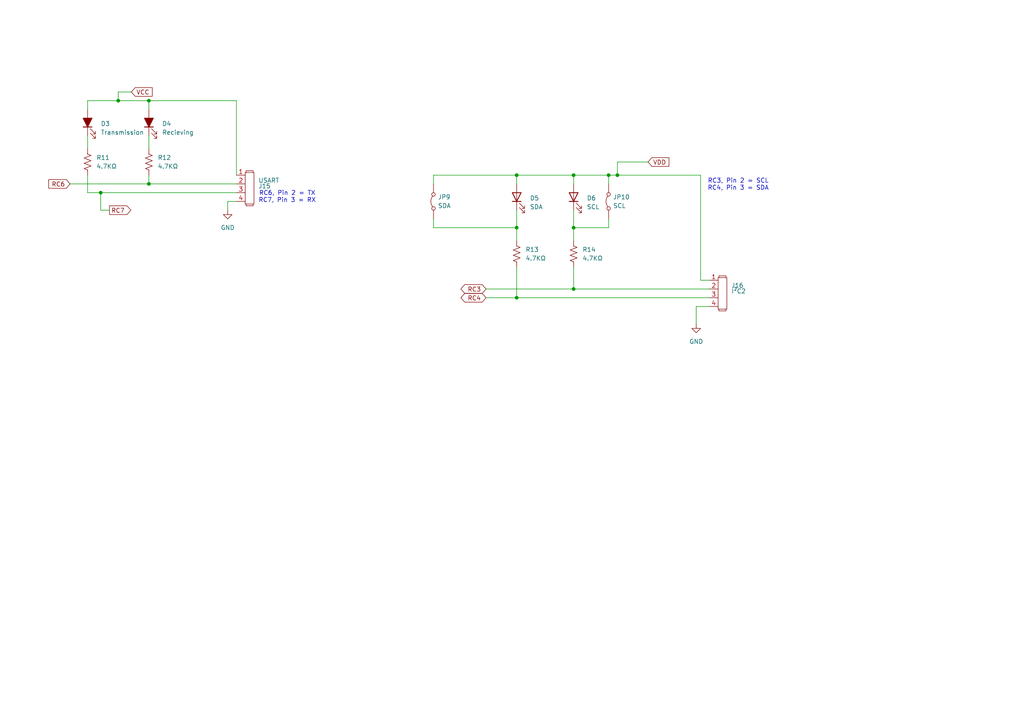
<source format=kicad_sch>
(kicad_sch
	(version 20250114)
	(generator "eeschema")
	(generator_version "9.0")
	(uuid "e949a8d2-d442-45fe-8d45-4ccd033a4eb4")
	(paper "A4")
	(title_block
		(title "Controller for Flooding Diorama")
		(date "2025-11-21")
		(rev "Revision 1")
		(company "Idaho State University College of Technology")
		(comment 1 "RCET Program")
		(comment 2 "Drawn By: Jacob Horsley")
	)
	(lib_symbols
		(symbol "Device:LED"
			(pin_numbers
				(hide yes)
			)
			(pin_names
				(offset 1.016)
				(hide yes)
			)
			(exclude_from_sim no)
			(in_bom yes)
			(on_board yes)
			(property "Reference" "D4"
				(at -0.3174 -3.81 90)
				(effects
					(font
						(size 1.27 1.27)
					)
					(justify right)
				)
			)
			(property "Value" "LED"
				(at -2.8574 -3.81 90)
				(effects
					(font
						(size 1.27 1.27)
					)
					(justify right)
				)
			)
			(property "Footprint" ""
				(at 0 0 0)
				(effects
					(font
						(size 1.27 1.27)
					)
					(hide yes)
				)
			)
			(property "Datasheet" "~"
				(at 0 0 0)
				(effects
					(font
						(size 1.27 1.27)
					)
					(hide yes)
				)
			)
			(property "Description" "Light emitting diode"
				(at 0 0 0)
				(effects
					(font
						(size 1.27 1.27)
					)
					(hide yes)
				)
			)
			(property "ki_keywords" "LED diode"
				(at 0 0 0)
				(effects
					(font
						(size 1.27 1.27)
					)
					(hide yes)
				)
			)
			(property "ki_fp_filters" "LED* LED_SMD:* LED_THT:*"
				(at 0 0 0)
				(effects
					(font
						(size 1.27 1.27)
					)
					(hide yes)
				)
			)
			(symbol "LED_0_1"
				(polyline
					(pts
						(xy -3.048 -0.762) (xy -4.572 -2.286) (xy -3.81 -2.286) (xy -4.572 -2.286) (xy -4.572 -1.524)
					)
					(stroke
						(width 0)
						(type default)
					)
					(fill
						(type none)
					)
				)
				(polyline
					(pts
						(xy -1.778 -0.762) (xy -3.302 -2.286) (xy -2.54 -2.286) (xy -3.302 -2.286) (xy -3.302 -1.524)
					)
					(stroke
						(width 0)
						(type default)
					)
					(fill
						(type none)
					)
				)
				(polyline
					(pts
						(xy -1.27 0) (xy 1.27 0)
					)
					(stroke
						(width 0)
						(type default)
					)
					(fill
						(type none)
					)
				)
				(polyline
					(pts
						(xy -1.27 -1.27) (xy -1.27 1.27)
					)
					(stroke
						(width 0.254)
						(type default)
					)
					(fill
						(type none)
					)
				)
				(polyline
					(pts
						(xy 1.27 -1.27) (xy 1.27 1.27) (xy -1.27 0) (xy 1.27 -1.27)
					)
					(stroke
						(width 0.254)
						(type default)
					)
					(fill
						(type outline)
					)
				)
			)
			(symbol "LED_1_1"
				(pin passive line
					(at -3.81 0 0)
					(length 2.54)
					(name "K"
						(effects
							(font
								(size 1.27 1.27)
							)
						)
					)
					(number "1"
						(effects
							(font
								(size 1.27 1.27)
							)
						)
					)
				)
				(pin passive line
					(at 3.81 0 180)
					(length 2.54)
					(name "A"
						(effects
							(font
								(size 1.27 1.27)
							)
						)
					)
					(number "2"
						(effects
							(font
								(size 1.27 1.27)
							)
						)
					)
				)
			)
			(embedded_fonts no)
		)
		(symbol "Device:R_US"
			(pin_numbers
				(hide yes)
			)
			(pin_names
				(offset 0)
			)
			(exclude_from_sim no)
			(in_bom yes)
			(on_board yes)
			(property "Reference" "R"
				(at 2.54 0 90)
				(effects
					(font
						(size 1.27 1.27)
					)
				)
			)
			(property "Value" "R_US"
				(at -2.54 0 90)
				(effects
					(font
						(size 1.27 1.27)
					)
				)
			)
			(property "Footprint" ""
				(at 1.016 -0.254 90)
				(effects
					(font
						(size 1.27 1.27)
					)
					(hide yes)
				)
			)
			(property "Datasheet" "~"
				(at 0 0 0)
				(effects
					(font
						(size 1.27 1.27)
					)
					(hide yes)
				)
			)
			(property "Description" "Resistor, US symbol"
				(at 0 0 0)
				(effects
					(font
						(size 1.27 1.27)
					)
					(hide yes)
				)
			)
			(property "ki_keywords" "R res resistor"
				(at 0 0 0)
				(effects
					(font
						(size 1.27 1.27)
					)
					(hide yes)
				)
			)
			(property "ki_fp_filters" "R_*"
				(at 0 0 0)
				(effects
					(font
						(size 1.27 1.27)
					)
					(hide yes)
				)
			)
			(symbol "R_US_0_1"
				(polyline
					(pts
						(xy 0 2.286) (xy 0 2.54)
					)
					(stroke
						(width 0)
						(type default)
					)
					(fill
						(type none)
					)
				)
				(polyline
					(pts
						(xy 0 2.286) (xy 1.016 1.905) (xy 0 1.524) (xy -1.016 1.143) (xy 0 0.762)
					)
					(stroke
						(width 0)
						(type default)
					)
					(fill
						(type none)
					)
				)
				(polyline
					(pts
						(xy 0 0.762) (xy 1.016 0.381) (xy 0 0) (xy -1.016 -0.381) (xy 0 -0.762)
					)
					(stroke
						(width 0)
						(type default)
					)
					(fill
						(type none)
					)
				)
				(polyline
					(pts
						(xy 0 -0.762) (xy 1.016 -1.143) (xy 0 -1.524) (xy -1.016 -1.905) (xy 0 -2.286)
					)
					(stroke
						(width 0)
						(type default)
					)
					(fill
						(type none)
					)
				)
				(polyline
					(pts
						(xy 0 -2.286) (xy 0 -2.54)
					)
					(stroke
						(width 0)
						(type default)
					)
					(fill
						(type none)
					)
				)
			)
			(symbol "R_US_1_1"
				(pin passive line
					(at 0 3.81 270)
					(length 1.27)
					(name "~"
						(effects
							(font
								(size 1.27 1.27)
							)
						)
					)
					(number "1"
						(effects
							(font
								(size 1.27 1.27)
							)
						)
					)
				)
				(pin passive line
					(at 0 -3.81 90)
					(length 1.27)
					(name "~"
						(effects
							(font
								(size 1.27 1.27)
							)
						)
					)
					(number "2"
						(effects
							(font
								(size 1.27 1.27)
							)
						)
					)
				)
			)
			(embedded_fonts no)
		)
		(symbol "Four_Pin_Header_1"
			(exclude_from_sim no)
			(in_bom yes)
			(on_board yes)
			(property "Reference" "I²C(2)"
				(at 2.54 -0.6349 0)
				(effects
					(font
						(size 1.27 1.27)
					)
					(justify left)
				)
			)
			(property "Value" "J16"
				(at 2.54 1.016 0)
				(effects
					(font
						(size 1.27 1.27)
					)
					(justify left)
				)
			)
			(property "Footprint" ""
				(at 0 0 0)
				(effects
					(font
						(size 1.27 1.27)
					)
					(hide yes)
				)
			)
			(property "Datasheet" ""
				(at 0 0 0)
				(effects
					(font
						(size 1.27 1.27)
					)
					(hide yes)
				)
			)
			(property "Description" ""
				(at 0 0 0)
				(effects
					(font
						(size 1.27 1.27)
					)
					(hide yes)
				)
			)
			(symbol "Four_Pin_Header_1_0_1"
				(rectangle
					(start -1.27 3.302)
					(end 1.27 -5.842)
					(stroke
						(width 0)
						(type default)
					)
					(fill
						(type none)
					)
				)
				(polyline
					(pts
						(xy -1.016 3.302) (xy -1.016 3.81) (xy 1.016 3.81) (xy 1.016 3.302) (xy 1.016 3.429)
					)
					(stroke
						(width 0)
						(type default)
					)
					(fill
						(type none)
					)
				)
				(polyline
					(pts
						(xy 1.016 -5.842) (xy 1.016 -6.35) (xy -1.016 -6.35) (xy -1.016 -5.842) (xy -1.016 -5.969)
					)
					(stroke
						(width 0)
						(type default)
					)
					(fill
						(type none)
					)
				)
			)
			(symbol "Four_Pin_Header_1_1_1"
				(pin bidirectional line
					(at -3.81 2.54 0)
					(length 2.54)
					(name ""
						(effects
							(font
								(size 1.27 1.27)
							)
						)
					)
					(number "1"
						(effects
							(font
								(size 1.27 1.27)
							)
						)
					)
				)
				(pin bidirectional line
					(at -3.81 0 0)
					(length 2.54)
					(name ""
						(effects
							(font
								(size 1.27 1.27)
							)
						)
					)
					(number "2"
						(effects
							(font
								(size 1.27 1.27)
							)
						)
					)
				)
				(pin bidirectional line
					(at -3.81 -2.54 0)
					(length 2.54)
					(name ""
						(effects
							(font
								(size 1.27 1.27)
							)
						)
					)
					(number "3"
						(effects
							(font
								(size 1.27 1.27)
							)
						)
					)
				)
				(pin bidirectional line
					(at -3.81 -5.08 0)
					(length 2.54)
					(name ""
						(effects
							(font
								(size 1.27 1.27)
							)
						)
					)
					(number "4"
						(effects
							(font
								(size 1.27 1.27)
							)
						)
					)
				)
			)
			(embedded_fonts no)
		)
		(symbol "Jumper:Jumper_2_Bridged"
			(pin_numbers
				(hide yes)
			)
			(pin_names
				(offset 0)
				(hide yes)
			)
			(exclude_from_sim yes)
			(in_bom yes)
			(on_board yes)
			(property "Reference" "JP"
				(at 0 1.905 0)
				(effects
					(font
						(size 1.27 1.27)
					)
				)
			)
			(property "Value" "Jumper_2_Bridged"
				(at 0 -2.54 0)
				(effects
					(font
						(size 1.27 1.27)
					)
				)
			)
			(property "Footprint" ""
				(at 0 0 0)
				(effects
					(font
						(size 1.27 1.27)
					)
					(hide yes)
				)
			)
			(property "Datasheet" "~"
				(at 0 0 0)
				(effects
					(font
						(size 1.27 1.27)
					)
					(hide yes)
				)
			)
			(property "Description" "Jumper, 2-pole, closed/bridged"
				(at 0 0 0)
				(effects
					(font
						(size 1.27 1.27)
					)
					(hide yes)
				)
			)
			(property "ki_keywords" "Jumper SPST"
				(at 0 0 0)
				(effects
					(font
						(size 1.27 1.27)
					)
					(hide yes)
				)
			)
			(property "ki_fp_filters" "Jumper* TestPoint*2Pads* TestPoint*Bridge*"
				(at 0 0 0)
				(effects
					(font
						(size 1.27 1.27)
					)
					(hide yes)
				)
			)
			(symbol "Jumper_2_Bridged_0_0"
				(circle
					(center -2.032 0)
					(radius 0.508)
					(stroke
						(width 0)
						(type default)
					)
					(fill
						(type none)
					)
				)
				(circle
					(center 2.032 0)
					(radius 0.508)
					(stroke
						(width 0)
						(type default)
					)
					(fill
						(type none)
					)
				)
			)
			(symbol "Jumper_2_Bridged_0_1"
				(arc
					(start -1.524 0.254)
					(mid 0 0.762)
					(end 1.524 0.254)
					(stroke
						(width 0)
						(type default)
					)
					(fill
						(type none)
					)
				)
			)
			(symbol "Jumper_2_Bridged_1_1"
				(pin passive line
					(at -5.08 0 0)
					(length 2.54)
					(name "A"
						(effects
							(font
								(size 1.27 1.27)
							)
						)
					)
					(number "1"
						(effects
							(font
								(size 1.27 1.27)
							)
						)
					)
				)
				(pin passive line
					(at 5.08 0 180)
					(length 2.54)
					(name "B"
						(effects
							(font
								(size 1.27 1.27)
							)
						)
					)
					(number "2"
						(effects
							(font
								(size 1.27 1.27)
							)
						)
					)
				)
			)
			(embedded_fonts no)
		)
		(symbol "LED_1"
			(pin_numbers
				(hide yes)
			)
			(pin_names
				(offset 1.016)
				(hide yes)
			)
			(exclude_from_sim no)
			(in_bom yes)
			(on_board yes)
			(property "Reference" "D3"
				(at -0.3174 -3.81 90)
				(effects
					(font
						(size 1.27 1.27)
					)
					(justify right)
				)
			)
			(property "Value" "LED"
				(at -2.8574 -3.81 90)
				(effects
					(font
						(size 1.27 1.27)
					)
					(justify right)
				)
			)
			(property "Footprint" ""
				(at 0 0 0)
				(effects
					(font
						(size 1.27 1.27)
					)
					(hide yes)
				)
			)
			(property "Datasheet" "~"
				(at 0 0 0)
				(effects
					(font
						(size 1.27 1.27)
					)
					(hide yes)
				)
			)
			(property "Description" "Light emitting diode"
				(at 0 0 0)
				(effects
					(font
						(size 1.27 1.27)
					)
					(hide yes)
				)
			)
			(property "ki_keywords" "LED diode"
				(at 0 0 0)
				(effects
					(font
						(size 1.27 1.27)
					)
					(hide yes)
				)
			)
			(property "ki_fp_filters" "LED* LED_SMD:* LED_THT:*"
				(at 0 0 0)
				(effects
					(font
						(size 1.27 1.27)
					)
					(hide yes)
				)
			)
			(symbol "LED_1_0_1"
				(polyline
					(pts
						(xy -3.048 -0.762) (xy -4.572 -2.286) (xy -3.81 -2.286) (xy -4.572 -2.286) (xy -4.572 -1.524)
					)
					(stroke
						(width 0)
						(type default)
					)
					(fill
						(type none)
					)
				)
				(polyline
					(pts
						(xy -1.778 -0.762) (xy -3.302 -2.286) (xy -2.54 -2.286) (xy -3.302 -2.286) (xy -3.302 -1.524)
					)
					(stroke
						(width 0)
						(type default)
					)
					(fill
						(type none)
					)
				)
				(polyline
					(pts
						(xy -1.27 0) (xy 1.27 0)
					)
					(stroke
						(width 0)
						(type default)
					)
					(fill
						(type none)
					)
				)
				(polyline
					(pts
						(xy -1.27 -1.27) (xy -1.27 1.27)
					)
					(stroke
						(width 0.254)
						(type default)
					)
					(fill
						(type none)
					)
				)
				(polyline
					(pts
						(xy 1.27 -1.27) (xy 1.27 1.27) (xy -1.27 0) (xy 1.27 -1.27)
					)
					(stroke
						(width 0.254)
						(type default)
					)
					(fill
						(type outline)
					)
				)
			)
			(symbol "LED_1_1_1"
				(pin passive line
					(at -3.81 0 0)
					(length 2.54)
					(name "K"
						(effects
							(font
								(size 1.27 1.27)
							)
						)
					)
					(number "1"
						(effects
							(font
								(size 1.27 1.27)
							)
						)
					)
				)
				(pin passive line
					(at 3.81 0 180)
					(length 2.54)
					(name "A"
						(effects
							(font
								(size 1.27 1.27)
							)
						)
					)
					(number "2"
						(effects
							(font
								(size 1.27 1.27)
							)
						)
					)
				)
			)
			(embedded_fonts no)
		)
		(symbol "LED_2"
			(pin_numbers
				(hide yes)
			)
			(pin_names
				(offset 1.016)
				(hide yes)
			)
			(exclude_from_sim no)
			(in_bom yes)
			(on_board yes)
			(property "Reference" "D"
				(at 0 2.54 0)
				(effects
					(font
						(size 1.27 1.27)
					)
				)
			)
			(property "Value" "LED"
				(at 0 -2.54 0)
				(effects
					(font
						(size 1.27 1.27)
					)
				)
			)
			(property "Footprint" ""
				(at 0 0 0)
				(effects
					(font
						(size 1.27 1.27)
					)
					(hide yes)
				)
			)
			(property "Datasheet" "~"
				(at 0 0 0)
				(effects
					(font
						(size 1.27 1.27)
					)
					(hide yes)
				)
			)
			(property "Description" "Light emitting diode"
				(at 0 0 0)
				(effects
					(font
						(size 1.27 1.27)
					)
					(hide yes)
				)
			)
			(property "ki_keywords" "LED diode"
				(at 0 0 0)
				(effects
					(font
						(size 1.27 1.27)
					)
					(hide yes)
				)
			)
			(property "ki_fp_filters" "LED* LED_SMD:* LED_THT:*"
				(at 0 0 0)
				(effects
					(font
						(size 1.27 1.27)
					)
					(hide yes)
				)
			)
			(symbol "LED_2_0_1"
				(polyline
					(pts
						(xy -3.048 -0.762) (xy -4.572 -2.286) (xy -3.81 -2.286) (xy -4.572 -2.286) (xy -4.572 -1.524)
					)
					(stroke
						(width 0)
						(type default)
					)
					(fill
						(type none)
					)
				)
				(polyline
					(pts
						(xy -1.778 -0.762) (xy -3.302 -2.286) (xy -2.54 -2.286) (xy -3.302 -2.286) (xy -3.302 -1.524)
					)
					(stroke
						(width 0)
						(type default)
					)
					(fill
						(type none)
					)
				)
				(polyline
					(pts
						(xy -1.27 0) (xy 1.27 0)
					)
					(stroke
						(width 0)
						(type default)
					)
					(fill
						(type none)
					)
				)
				(polyline
					(pts
						(xy -1.27 -1.27) (xy -1.27 1.27)
					)
					(stroke
						(width 0.254)
						(type default)
					)
					(fill
						(type none)
					)
				)
				(polyline
					(pts
						(xy 1.27 -1.27) (xy 1.27 1.27) (xy -1.27 0) (xy 1.27 -1.27)
					)
					(stroke
						(width 0.254)
						(type default)
					)
					(fill
						(type none)
					)
				)
			)
			(symbol "LED_2_1_1"
				(pin passive line
					(at -3.81 0 0)
					(length 2.54)
					(name "K"
						(effects
							(font
								(size 1.27 1.27)
							)
						)
					)
					(number "1"
						(effects
							(font
								(size 1.27 1.27)
							)
						)
					)
				)
				(pin passive line
					(at 3.81 0 180)
					(length 2.54)
					(name "A"
						(effects
							(font
								(size 1.27 1.27)
							)
						)
					)
					(number "2"
						(effects
							(font
								(size 1.27 1.27)
							)
						)
					)
				)
			)
			(embedded_fonts no)
		)
		(symbol "LED_3"
			(pin_numbers
				(hide yes)
			)
			(pin_names
				(offset 1.016)
				(hide yes)
			)
			(exclude_from_sim no)
			(in_bom yes)
			(on_board yes)
			(property "Reference" "D"
				(at 0 2.54 0)
				(effects
					(font
						(size 1.27 1.27)
					)
				)
			)
			(property "Value" "LED"
				(at 0 -2.54 0)
				(effects
					(font
						(size 1.27 1.27)
					)
				)
			)
			(property "Footprint" ""
				(at 0 0 0)
				(effects
					(font
						(size 1.27 1.27)
					)
					(hide yes)
				)
			)
			(property "Datasheet" "~"
				(at 0 0 0)
				(effects
					(font
						(size 1.27 1.27)
					)
					(hide yes)
				)
			)
			(property "Description" "Light emitting diode"
				(at 0 0 0)
				(effects
					(font
						(size 1.27 1.27)
					)
					(hide yes)
				)
			)
			(property "ki_keywords" "LED diode"
				(at 0 0 0)
				(effects
					(font
						(size 1.27 1.27)
					)
					(hide yes)
				)
			)
			(property "ki_fp_filters" "LED* LED_SMD:* LED_THT:*"
				(at 0 0 0)
				(effects
					(font
						(size 1.27 1.27)
					)
					(hide yes)
				)
			)
			(symbol "LED_3_0_1"
				(polyline
					(pts
						(xy -3.048 -0.762) (xy -4.572 -2.286) (xy -3.81 -2.286) (xy -4.572 -2.286) (xy -4.572 -1.524)
					)
					(stroke
						(width 0)
						(type default)
					)
					(fill
						(type none)
					)
				)
				(polyline
					(pts
						(xy -1.778 -0.762) (xy -3.302 -2.286) (xy -2.54 -2.286) (xy -3.302 -2.286) (xy -3.302 -1.524)
					)
					(stroke
						(width 0)
						(type default)
					)
					(fill
						(type none)
					)
				)
				(polyline
					(pts
						(xy -1.27 0) (xy 1.27 0)
					)
					(stroke
						(width 0)
						(type default)
					)
					(fill
						(type none)
					)
				)
				(polyline
					(pts
						(xy -1.27 -1.27) (xy -1.27 1.27)
					)
					(stroke
						(width 0.254)
						(type default)
					)
					(fill
						(type none)
					)
				)
				(polyline
					(pts
						(xy 1.27 -1.27) (xy 1.27 1.27) (xy -1.27 0) (xy 1.27 -1.27)
					)
					(stroke
						(width 0.254)
						(type default)
					)
					(fill
						(type none)
					)
				)
			)
			(symbol "LED_3_1_1"
				(pin passive line
					(at -3.81 0 0)
					(length 2.54)
					(name "K"
						(effects
							(font
								(size 1.27 1.27)
							)
						)
					)
					(number "1"
						(effects
							(font
								(size 1.27 1.27)
							)
						)
					)
				)
				(pin passive line
					(at 3.81 0 180)
					(length 2.54)
					(name "A"
						(effects
							(font
								(size 1.27 1.27)
							)
						)
					)
					(number "2"
						(effects
							(font
								(size 1.27 1.27)
							)
						)
					)
				)
			)
			(embedded_fonts no)
		)
		(symbol "New_Library_2:Four_Pin_Header"
			(exclude_from_sim no)
			(in_bom yes)
			(on_board yes)
			(property "Reference" "U4"
				(at 2.54 0.1271 0)
				(effects
					(font
						(size 1.27 1.27)
					)
					(justify left)
				)
			)
			(property "Value" "~"
				(at 2.54 -1.778 0)
				(effects
					(font
						(size 1.27 1.27)
					)
					(justify left)
				)
			)
			(property "Footprint" ""
				(at 0 0 0)
				(effects
					(font
						(size 1.27 1.27)
					)
					(hide yes)
				)
			)
			(property "Datasheet" ""
				(at 0 0 0)
				(effects
					(font
						(size 1.27 1.27)
					)
					(hide yes)
				)
			)
			(property "Description" ""
				(at 0 0 0)
				(effects
					(font
						(size 1.27 1.27)
					)
					(hide yes)
				)
			)
			(symbol "Four_Pin_Header_0_1"
				(rectangle
					(start -1.27 3.302)
					(end 1.27 -5.842)
					(stroke
						(width 0)
						(type default)
					)
					(fill
						(type none)
					)
				)
				(polyline
					(pts
						(xy -1.016 3.302) (xy -1.016 3.81) (xy 1.016 3.81) (xy 1.016 3.302) (xy 1.016 3.429)
					)
					(stroke
						(width 0)
						(type default)
					)
					(fill
						(type none)
					)
				)
				(polyline
					(pts
						(xy 1.016 -5.842) (xy 1.016 -6.35) (xy -1.016 -6.35) (xy -1.016 -5.842) (xy -1.016 -5.969)
					)
					(stroke
						(width 0)
						(type default)
					)
					(fill
						(type none)
					)
				)
			)
			(symbol "Four_Pin_Header_1_1"
				(pin bidirectional line
					(at -3.81 2.54 0)
					(length 2.54)
					(name ""
						(effects
							(font
								(size 1.27 1.27)
							)
						)
					)
					(number "1"
						(effects
							(font
								(size 1.27 1.27)
							)
						)
					)
				)
				(pin bidirectional line
					(at -3.81 0 0)
					(length 2.54)
					(name ""
						(effects
							(font
								(size 1.27 1.27)
							)
						)
					)
					(number "2"
						(effects
							(font
								(size 1.27 1.27)
							)
						)
					)
				)
				(pin bidirectional line
					(at -3.81 -2.54 0)
					(length 2.54)
					(name ""
						(effects
							(font
								(size 1.27 1.27)
							)
						)
					)
					(number "3"
						(effects
							(font
								(size 1.27 1.27)
							)
						)
					)
				)
				(pin bidirectional line
					(at -3.81 -5.08 0)
					(length 2.54)
					(name ""
						(effects
							(font
								(size 1.27 1.27)
							)
						)
					)
					(number "4"
						(effects
							(font
								(size 1.27 1.27)
							)
						)
					)
				)
			)
			(embedded_fonts no)
		)
		(symbol "power:GND"
			(power)
			(pin_numbers
				(hide yes)
			)
			(pin_names
				(offset 0)
				(hide yes)
			)
			(exclude_from_sim no)
			(in_bom yes)
			(on_board yes)
			(property "Reference" "#PWR"
				(at 0 -6.35 0)
				(effects
					(font
						(size 1.27 1.27)
					)
					(hide yes)
				)
			)
			(property "Value" "GND"
				(at 0 -3.81 0)
				(effects
					(font
						(size 1.27 1.27)
					)
				)
			)
			(property "Footprint" ""
				(at 0 0 0)
				(effects
					(font
						(size 1.27 1.27)
					)
					(hide yes)
				)
			)
			(property "Datasheet" ""
				(at 0 0 0)
				(effects
					(font
						(size 1.27 1.27)
					)
					(hide yes)
				)
			)
			(property "Description" "Power symbol creates a global label with name \"GND\" , ground"
				(at 0 0 0)
				(effects
					(font
						(size 1.27 1.27)
					)
					(hide yes)
				)
			)
			(property "ki_keywords" "global power"
				(at 0 0 0)
				(effects
					(font
						(size 1.27 1.27)
					)
					(hide yes)
				)
			)
			(symbol "GND_0_1"
				(polyline
					(pts
						(xy 0 0) (xy 0 -1.27) (xy 1.27 -1.27) (xy 0 -2.54) (xy -1.27 -1.27) (xy 0 -1.27)
					)
					(stroke
						(width 0)
						(type default)
					)
					(fill
						(type none)
					)
				)
			)
			(symbol "GND_1_1"
				(pin power_in line
					(at 0 0 270)
					(length 0)
					(name "~"
						(effects
							(font
								(size 1.27 1.27)
							)
						)
					)
					(number "1"
						(effects
							(font
								(size 1.27 1.27)
							)
						)
					)
				)
			)
			(embedded_fonts no)
		)
	)
	(text "RC6, Pin 2 = TX\nRC7, Pin 3 = RX"
		(exclude_from_sim no)
		(at 83.312 57.15 0)
		(effects
			(font
				(size 1.27 1.27)
			)
		)
		(uuid "967d4d05-8a5e-4fbc-8146-2aac78d6429f")
	)
	(text "RC3, Pin 2 = SCL\nRC4, Pin 3 = SDA"
		(exclude_from_sim no)
		(at 214.122 53.594 0)
		(effects
			(font
				(size 1.27 1.27)
			)
		)
		(uuid "b98f67d0-97ce-433d-8b3f-8c0be0e4f111")
	)
	(junction
		(at 166.37 66.04)
		(diameter 0)
		(color 0 0 0 0)
		(uuid "2250bd31-b8c9-461e-94ee-863dc81c9d18")
	)
	(junction
		(at 179.07 50.8)
		(diameter 0)
		(color 0 0 0 0)
		(uuid "2858549d-292a-48dc-b390-a33bb3efbcd1")
	)
	(junction
		(at 149.86 66.04)
		(diameter 0)
		(color 0 0 0 0)
		(uuid "306c3dcf-85c9-49f2-901f-e2ebdc4a4d92")
	)
	(junction
		(at 149.86 50.8)
		(diameter 0)
		(color 0 0 0 0)
		(uuid "3098fc8d-d16c-4887-bac2-a7bb4fd672d1")
	)
	(junction
		(at 29.21 55.88)
		(diameter 0)
		(color 0 0 0 0)
		(uuid "3c25d275-f0d4-4ba6-a9d1-fdbf7e692be6")
	)
	(junction
		(at 166.37 50.8)
		(diameter 0)
		(color 0 0 0 0)
		(uuid "63ee9472-5c37-4838-b9cd-9da4ea0e6661")
	)
	(junction
		(at 149.86 86.36)
		(diameter 0)
		(color 0 0 0 0)
		(uuid "68142379-55de-46a5-97aa-e58e20cedd0b")
	)
	(junction
		(at 166.37 83.82)
		(diameter 0)
		(color 0 0 0 0)
		(uuid "86e9d4c1-6109-4337-b326-52bfee1469c8")
	)
	(junction
		(at 43.18 53.34)
		(diameter 0)
		(color 0 0 0 0)
		(uuid "a912324c-344c-4266-b44b-76d6f7700593")
	)
	(junction
		(at 43.18 29.21)
		(diameter 0)
		(color 0 0 0 0)
		(uuid "c76957b0-4903-4fcc-a657-3bd9a9c00a16")
	)
	(junction
		(at 176.53 50.8)
		(diameter 0)
		(color 0 0 0 0)
		(uuid "ed52e2ae-5433-4d81-a1c8-5fc177abd445")
	)
	(junction
		(at 34.29 29.21)
		(diameter 0)
		(color 0 0 0 0)
		(uuid "ed96a9ee-d9c4-447b-b240-f82061a09bf5")
	)
	(wire
		(pts
			(xy 29.21 55.88) (xy 68.58 55.88)
		)
		(stroke
			(width 0)
			(type default)
		)
		(uuid "039c97c6-5f84-444b-8d55-6199321e2800")
	)
	(wire
		(pts
			(xy 149.86 60.96) (xy 149.86 66.04)
		)
		(stroke
			(width 0)
			(type default)
		)
		(uuid "0865e9b7-65fe-493c-8b83-4843468632ef")
	)
	(wire
		(pts
			(xy 20.32 53.34) (xy 43.18 53.34)
		)
		(stroke
			(width 0)
			(type default)
		)
		(uuid "1b074972-2afb-4dcd-abca-46af62a287ee")
	)
	(wire
		(pts
			(xy 176.53 50.8) (xy 176.53 53.34)
		)
		(stroke
			(width 0)
			(type default)
		)
		(uuid "2067f6af-2b27-4edc-ae36-bc715bdf37ed")
	)
	(wire
		(pts
			(xy 125.73 53.34) (xy 125.73 50.8)
		)
		(stroke
			(width 0)
			(type default)
		)
		(uuid "236676af-dbd0-4484-8b3d-f585dff8c912")
	)
	(wire
		(pts
			(xy 166.37 50.8) (xy 176.53 50.8)
		)
		(stroke
			(width 0)
			(type default)
		)
		(uuid "2642ea6f-3c6d-4dc7-80b5-48d11f7f4728")
	)
	(wire
		(pts
			(xy 68.58 29.21) (xy 43.18 29.21)
		)
		(stroke
			(width 0)
			(type default)
		)
		(uuid "318a5b2e-2f04-4e1f-a092-698a4904499c")
	)
	(wire
		(pts
			(xy 149.86 53.34) (xy 149.86 50.8)
		)
		(stroke
			(width 0)
			(type default)
		)
		(uuid "33316fc3-c742-431b-b70c-ca9e9f83c96b")
	)
	(wire
		(pts
			(xy 176.53 63.5) (xy 176.53 66.04)
		)
		(stroke
			(width 0)
			(type default)
		)
		(uuid "393a501f-9e89-4ab6-8fcd-53234c76b4c7")
	)
	(wire
		(pts
			(xy 203.2 50.8) (xy 179.07 50.8)
		)
		(stroke
			(width 0)
			(type default)
		)
		(uuid "39a76708-03bf-45bd-8d6e-0e6e0ece9ffb")
	)
	(wire
		(pts
			(xy 66.04 58.42) (xy 66.04 60.96)
		)
		(stroke
			(width 0)
			(type default)
		)
		(uuid "404375e9-5111-40a1-939d-421551755faf")
	)
	(wire
		(pts
			(xy 25.4 39.37) (xy 25.4 43.18)
		)
		(stroke
			(width 0)
			(type default)
		)
		(uuid "4052e78a-ec07-4d25-b793-56d4f815994c")
	)
	(wire
		(pts
			(xy 205.74 88.9) (xy 201.93 88.9)
		)
		(stroke
			(width 0)
			(type default)
		)
		(uuid "46ffc4b9-c12d-4a2d-bb1d-606c1e53a664")
	)
	(wire
		(pts
			(xy 166.37 60.96) (xy 166.37 66.04)
		)
		(stroke
			(width 0)
			(type default)
		)
		(uuid "479b9ba8-e3be-43bc-b5bb-7a627d5a6a19")
	)
	(wire
		(pts
			(xy 34.29 29.21) (xy 43.18 29.21)
		)
		(stroke
			(width 0)
			(type default)
		)
		(uuid "51227242-e096-4347-9b06-81495570c134")
	)
	(wire
		(pts
			(xy 125.73 50.8) (xy 149.86 50.8)
		)
		(stroke
			(width 0)
			(type default)
		)
		(uuid "538691f7-c11f-4c98-a9f8-003b33f69654")
	)
	(wire
		(pts
			(xy 68.58 53.34) (xy 43.18 53.34)
		)
		(stroke
			(width 0)
			(type default)
		)
		(uuid "605fe102-033f-4896-b5f1-9126d6259756")
	)
	(wire
		(pts
			(xy 140.97 86.36) (xy 149.86 86.36)
		)
		(stroke
			(width 0)
			(type default)
		)
		(uuid "6556998b-0b02-4c35-81e9-f0112ac7af12")
	)
	(wire
		(pts
			(xy 166.37 53.34) (xy 166.37 50.8)
		)
		(stroke
			(width 0)
			(type default)
		)
		(uuid "73862439-d893-4710-b191-992255ffd99b")
	)
	(wire
		(pts
			(xy 68.58 58.42) (xy 66.04 58.42)
		)
		(stroke
			(width 0)
			(type default)
		)
		(uuid "850c3337-778b-4e47-8004-61eb8751121e")
	)
	(wire
		(pts
			(xy 201.93 88.9) (xy 201.93 93.98)
		)
		(stroke
			(width 0)
			(type default)
		)
		(uuid "8857c4c9-9d58-4dc5-8a0e-d9e4f7bfbedd")
	)
	(wire
		(pts
			(xy 166.37 83.82) (xy 205.74 83.82)
		)
		(stroke
			(width 0)
			(type default)
		)
		(uuid "893048fa-b863-4bd7-a711-f3f0273f5436")
	)
	(wire
		(pts
			(xy 68.58 50.8) (xy 68.58 29.21)
		)
		(stroke
			(width 0)
			(type default)
		)
		(uuid "8eea8d57-c5db-47d7-98e9-cb91c827fac1")
	)
	(wire
		(pts
			(xy 125.73 63.5) (xy 125.73 66.04)
		)
		(stroke
			(width 0)
			(type default)
		)
		(uuid "8f2f7b25-a4b7-4f86-a9a7-478a2b8a4e5d")
	)
	(wire
		(pts
			(xy 205.74 81.28) (xy 203.2 81.28)
		)
		(stroke
			(width 0)
			(type default)
		)
		(uuid "9573aaaa-ca24-4d31-b752-7db985899bc3")
	)
	(wire
		(pts
			(xy 43.18 39.37) (xy 43.18 43.18)
		)
		(stroke
			(width 0)
			(type default)
		)
		(uuid "990012fc-2d5a-4c41-a6bd-11d2b75b9196")
	)
	(wire
		(pts
			(xy 179.07 46.99) (xy 187.96 46.99)
		)
		(stroke
			(width 0)
			(type default)
		)
		(uuid "991c537c-dd28-45ee-8acb-610cab82fb4b")
	)
	(wire
		(pts
			(xy 149.86 66.04) (xy 149.86 69.85)
		)
		(stroke
			(width 0)
			(type default)
		)
		(uuid "9cadfebe-99bc-40e5-8837-2977a04126f9")
	)
	(wire
		(pts
			(xy 166.37 77.47) (xy 166.37 83.82)
		)
		(stroke
			(width 0)
			(type default)
		)
		(uuid "a0f86097-dd6d-4caa-9d48-d2af7727a039")
	)
	(wire
		(pts
			(xy 149.86 50.8) (xy 166.37 50.8)
		)
		(stroke
			(width 0)
			(type default)
		)
		(uuid "a337fc72-969c-4e48-9cc7-e3e5fa17e133")
	)
	(wire
		(pts
			(xy 203.2 81.28) (xy 203.2 50.8)
		)
		(stroke
			(width 0)
			(type default)
		)
		(uuid "a756a130-f4fb-4c76-9c83-e86123524fd9")
	)
	(wire
		(pts
			(xy 25.4 29.21) (xy 25.4 31.75)
		)
		(stroke
			(width 0)
			(type default)
		)
		(uuid "ad4399ed-59b0-4e59-b69e-cb74217fd0ab")
	)
	(wire
		(pts
			(xy 25.4 55.88) (xy 29.21 55.88)
		)
		(stroke
			(width 0)
			(type default)
		)
		(uuid "b3157bcb-eff7-4f1e-842c-20b99c592f21")
	)
	(wire
		(pts
			(xy 34.29 26.67) (xy 38.1 26.67)
		)
		(stroke
			(width 0)
			(type default)
		)
		(uuid "b7a65e40-2404-4043-92ad-d428f2739c3e")
	)
	(wire
		(pts
			(xy 43.18 53.34) (xy 43.18 50.8)
		)
		(stroke
			(width 0)
			(type default)
		)
		(uuid "bbda4bd4-46ae-4a75-87bf-7e3c563c5549")
	)
	(wire
		(pts
			(xy 166.37 66.04) (xy 166.37 69.85)
		)
		(stroke
			(width 0)
			(type default)
		)
		(uuid "bfa874ce-6e26-48b4-8b7e-b58d69ba86e6")
	)
	(wire
		(pts
			(xy 125.73 66.04) (xy 149.86 66.04)
		)
		(stroke
			(width 0)
			(type default)
		)
		(uuid "c4c3343e-bf4b-4507-89d8-3c071cbd6ec5")
	)
	(wire
		(pts
			(xy 179.07 46.99) (xy 179.07 50.8)
		)
		(stroke
			(width 0)
			(type default)
		)
		(uuid "c5f04000-415a-43d0-88c5-beecdd249fef")
	)
	(wire
		(pts
			(xy 149.86 77.47) (xy 149.86 86.36)
		)
		(stroke
			(width 0)
			(type default)
		)
		(uuid "c89229cb-8b49-4779-9bee-9696cdb8ac97")
	)
	(wire
		(pts
			(xy 140.97 83.82) (xy 166.37 83.82)
		)
		(stroke
			(width 0)
			(type default)
		)
		(uuid "d7f5ec94-a48a-4104-a661-d095a0a7010b")
	)
	(wire
		(pts
			(xy 29.21 60.96) (xy 29.21 55.88)
		)
		(stroke
			(width 0)
			(type default)
		)
		(uuid "d877acb1-247d-4c94-a2e4-aa74da5cde18")
	)
	(wire
		(pts
			(xy 176.53 66.04) (xy 166.37 66.04)
		)
		(stroke
			(width 0)
			(type default)
		)
		(uuid "ecac6cd5-bb92-480e-8243-1b3aa92e5b31")
	)
	(wire
		(pts
			(xy 34.29 26.67) (xy 34.29 29.21)
		)
		(stroke
			(width 0)
			(type default)
		)
		(uuid "ed697019-4f16-4903-97de-014a1e59d4cd")
	)
	(wire
		(pts
			(xy 31.75 60.96) (xy 29.21 60.96)
		)
		(stroke
			(width 0)
			(type default)
		)
		(uuid "eddc3b9f-fb39-4fb3-b1b3-043cc877b027")
	)
	(wire
		(pts
			(xy 34.29 29.21) (xy 25.4 29.21)
		)
		(stroke
			(width 0)
			(type default)
		)
		(uuid "efa2c162-25a6-49c7-a15d-15634d59ecd6")
	)
	(wire
		(pts
			(xy 179.07 50.8) (xy 176.53 50.8)
		)
		(stroke
			(width 0)
			(type default)
		)
		(uuid "f843ad5d-ab54-480d-8783-8d1468541b39")
	)
	(wire
		(pts
			(xy 43.18 29.21) (xy 43.18 31.75)
		)
		(stroke
			(width 0)
			(type default)
		)
		(uuid "f87f8a57-2e5a-4325-82fb-8e935b8833ed")
	)
	(wire
		(pts
			(xy 149.86 86.36) (xy 205.74 86.36)
		)
		(stroke
			(width 0)
			(type default)
		)
		(uuid "f90de42d-ebf3-464e-a90e-70596c636a12")
	)
	(wire
		(pts
			(xy 25.4 50.8) (xy 25.4 55.88)
		)
		(stroke
			(width 0)
			(type default)
		)
		(uuid "fbecb744-cdbd-4d39-8eb1-cb17be6dfe90")
	)
	(global_label "RC6"
		(shape input)
		(at 20.32 53.34 180)
		(fields_autoplaced yes)
		(effects
			(font
				(size 1.27 1.27)
			)
			(justify right)
		)
		(uuid "11725fd7-f7db-42b0-975c-6f9b2df15145")
		(property "Intersheetrefs" "${INTERSHEET_REFS}"
			(at 13.5853 53.34 0)
			(effects
				(font
					(size 1.27 1.27)
				)
				(justify right)
				(hide yes)
			)
		)
	)
	(global_label "RC3"
		(shape bidirectional)
		(at 140.97 83.82 180)
		(fields_autoplaced yes)
		(effects
			(font
				(size 1.27 1.27)
			)
			(justify right)
		)
		(uuid "181c3a14-e1a2-43fa-bd64-6634d0502b45")
		(property "Intersheetrefs" "${INTERSHEET_REFS}"
			(at 133.124 83.82 0)
			(effects
				(font
					(size 1.27 1.27)
				)
				(justify right)
				(hide yes)
			)
		)
	)
	(global_label "VDD"
		(shape input)
		(at 187.96 46.99 0)
		(fields_autoplaced yes)
		(effects
			(font
				(size 1.27 1.27)
			)
			(justify left)
		)
		(uuid "584a2885-e0ee-4d39-8f47-400df3b31bbb")
		(property "Intersheetrefs" "${INTERSHEET_REFS}"
			(at 194.5738 46.99 0)
			(effects
				(font
					(size 1.27 1.27)
				)
				(justify left)
				(hide yes)
			)
		)
	)
	(global_label "RC4"
		(shape bidirectional)
		(at 140.97 86.36 180)
		(fields_autoplaced yes)
		(effects
			(font
				(size 1.27 1.27)
			)
			(justify right)
		)
		(uuid "82c5752c-06d1-4dae-a216-c8161c75ad0e")
		(property "Intersheetrefs" "${INTERSHEET_REFS}"
			(at 133.124 86.36 0)
			(effects
				(font
					(size 1.27 1.27)
				)
				(justify right)
				(hide yes)
			)
		)
	)
	(global_label "RC7"
		(shape output)
		(at 31.75 60.96 0)
		(fields_autoplaced yes)
		(effects
			(font
				(size 1.27 1.27)
			)
			(justify left)
		)
		(uuid "a08c8f9b-f70d-4a00-9633-db505e604f64")
		(property "Intersheetrefs" "${INTERSHEET_REFS}"
			(at 38.4847 60.96 0)
			(effects
				(font
					(size 1.27 1.27)
				)
				(justify left)
				(hide yes)
			)
		)
	)
	(global_label "VCC"
		(shape input)
		(at 38.1 26.67 0)
		(fields_autoplaced yes)
		(effects
			(font
				(size 1.27 1.27)
			)
			(justify left)
		)
		(uuid "f2f8437f-2776-4bf0-9c3a-30d96e4a82eb")
		(property "Intersheetrefs" "${INTERSHEET_REFS}"
			(at 44.7138 26.67 0)
			(effects
				(font
					(size 1.27 1.27)
				)
				(justify left)
				(hide yes)
			)
		)
	)
	(symbol
		(lib_id "Device:R_US")
		(at 149.86 73.66 0)
		(unit 1)
		(exclude_from_sim no)
		(in_bom yes)
		(on_board yes)
		(dnp no)
		(fields_autoplaced yes)
		(uuid "00812408-4d6a-4bdd-983d-dda5f498d6d4")
		(property "Reference" "R3"
			(at 152.4 72.3899 0)
			(effects
				(font
					(size 1.27 1.27)
				)
				(justify left)
			)
		)
		(property "Value" "4.7KΩ"
			(at 152.4 74.9299 0)
			(effects
				(font
					(size 1.27 1.27)
				)
				(justify left)
			)
		)
		(property "Footprint" "Resistor_SMD:R_0805_2012Metric_Pad1.20x1.40mm_HandSolder"
			(at 150.876 73.914 90)
			(effects
				(font
					(size 1.27 1.27)
				)
				(hide yes)
			)
		)
		(property "Datasheet" "~"
			(at 149.86 73.66 0)
			(effects
				(font
					(size 1.27 1.27)
				)
				(hide yes)
			)
		)
		(property "Description" "Resistor, US symbol"
			(at 149.86 73.66 0)
			(effects
				(font
					(size 1.27 1.27)
				)
				(hide yes)
			)
		)
		(pin "2"
			(uuid "910d23bf-1627-41f8-bab5-7bb10b720587")
		)
		(pin "1"
			(uuid "14846855-3c40-4f49-837b-5875a6814b38")
		)
		(instances
			(project ""
				(path "/270753eb-b111-4872-aca5-aa3e161e54e1/de0522fd-c709-461d-b7f4-a58166891ff7"
					(reference "R13")
					(unit 1)
				)
			)
			(project ""
				(path "/a29253d5-3031-4f43-a0bf-89c702fd3c62/2bd8386d-811f-4f77-a6f6-3fb9106f110e"
					(reference "R3")
					(unit 1)
				)
			)
		)
	)
	(symbol
		(lib_id "Device:R_US")
		(at 25.4 46.99 0)
		(unit 1)
		(exclude_from_sim no)
		(in_bom yes)
		(on_board yes)
		(dnp no)
		(fields_autoplaced yes)
		(uuid "075b70c8-787a-448e-b75d-700896feea8f")
		(property "Reference" "R1"
			(at 27.94 45.7199 0)
			(effects
				(font
					(size 1.27 1.27)
				)
				(justify left)
			)
		)
		(property "Value" "4.7KΩ"
			(at 27.94 48.2599 0)
			(effects
				(font
					(size 1.27 1.27)
				)
				(justify left)
			)
		)
		(property "Footprint" "Resistor_SMD:R_0805_2012Metric_Pad1.20x1.40mm_HandSolder"
			(at 26.416 47.244 90)
			(effects
				(font
					(size 1.27 1.27)
				)
				(hide yes)
			)
		)
		(property "Datasheet" "~"
			(at 25.4 46.99 0)
			(effects
				(font
					(size 1.27 1.27)
				)
				(hide yes)
			)
		)
		(property "Description" "Resistor, US symbol"
			(at 25.4 46.99 0)
			(effects
				(font
					(size 1.27 1.27)
				)
				(hide yes)
			)
		)
		(pin "1"
			(uuid "d2c30d9d-97dc-478b-a966-f54071a25cb6")
		)
		(pin "2"
			(uuid "3607a030-0cf5-4807-83d9-47a35a95d0e8")
		)
		(instances
			(project ""
				(path "/270753eb-b111-4872-aca5-aa3e161e54e1/de0522fd-c709-461d-b7f4-a58166891ff7"
					(reference "R11")
					(unit 1)
				)
			)
			(project ""
				(path "/a29253d5-3031-4f43-a0bf-89c702fd3c62/2bd8386d-811f-4f77-a6f6-3fb9106f110e"
					(reference "R1")
					(unit 1)
				)
			)
		)
	)
	(symbol
		(lib_id "Jumper:Jumper_2_Bridged")
		(at 176.53 58.42 90)
		(unit 1)
		(exclude_from_sim yes)
		(in_bom yes)
		(on_board yes)
		(dnp no)
		(fields_autoplaced yes)
		(uuid "1a59180d-ba29-4a0c-86d9-c1e422b98dc3")
		(property "Reference" "JP2"
			(at 177.8 57.1499 90)
			(effects
				(font
					(size 1.27 1.27)
				)
				(justify right)
			)
		)
		(property "Value" "SCL"
			(at 177.8 59.6899 90)
			(effects
				(font
					(size 1.27 1.27)
				)
				(justify right)
			)
		)
		(property "Footprint" "Connector_PinHeader_2.54mm:PinHeader_1x03_P2.54mm_Vertical"
			(at 176.53 58.42 0)
			(effects
				(font
					(size 1.27 1.27)
				)
				(hide yes)
			)
		)
		(property "Datasheet" "~"
			(at 176.53 58.42 0)
			(effects
				(font
					(size 1.27 1.27)
				)
				(hide yes)
			)
		)
		(property "Description" "Jumper, 2-pole, closed/bridged"
			(at 176.53 58.42 0)
			(effects
				(font
					(size 1.27 1.27)
				)
				(hide yes)
			)
		)
		(pin "2"
			(uuid "29b95d1a-ce24-4463-80c9-efc296b9fed6")
		)
		(pin "1"
			(uuid "bf3515b1-fcce-466d-8c63-df040ec1b86a")
		)
		(instances
			(project ""
				(path "/270753eb-b111-4872-aca5-aa3e161e54e1/de0522fd-c709-461d-b7f4-a58166891ff7"
					(reference "JP10")
					(unit 1)
				)
			)
			(project ""
				(path "/a29253d5-3031-4f43-a0bf-89c702fd3c62/2bd8386d-811f-4f77-a6f6-3fb9106f110e"
					(reference "JP2")
					(unit 1)
				)
			)
		)
	)
	(symbol
		(lib_id "power:GND")
		(at 201.93 93.98 0)
		(unit 1)
		(exclude_from_sim no)
		(in_bom yes)
		(on_board yes)
		(dnp no)
		(fields_autoplaced yes)
		(uuid "398d58b9-bd0c-4e18-a59f-39796ff8c715")
		(property "Reference" "#PWR02"
			(at 201.93 100.33 0)
			(effects
				(font
					(size 1.27 1.27)
				)
				(hide yes)
			)
		)
		(property "Value" "GND"
			(at 201.93 99.06 0)
			(effects
				(font
					(size 1.27 1.27)
				)
			)
		)
		(property "Footprint" ""
			(at 201.93 93.98 0)
			(effects
				(font
					(size 1.27 1.27)
				)
				(hide yes)
			)
		)
		(property "Datasheet" ""
			(at 201.93 93.98 0)
			(effects
				(font
					(size 1.27 1.27)
				)
				(hide yes)
			)
		)
		(property "Description" "Power symbol creates a global label with name \"GND\" , ground"
			(at 201.93 93.98 0)
			(effects
				(font
					(size 1.27 1.27)
				)
				(hide yes)
			)
		)
		(pin "1"
			(uuid "a2a7a676-99aa-41e2-84f9-7602253c150a")
		)
		(instances
			(project "FloodingPICPCB"
				(path "/a29253d5-3031-4f43-a0bf-89c702fd3c62/2bd8386d-811f-4f77-a6f6-3fb9106f110e"
					(reference "#PWR02")
					(unit 1)
				)
			)
		)
	)
	(symbol
		(lib_id "New_Library_2:Four_Pin_Header")
		(at 72.39 53.34 0)
		(unit 1)
		(exclude_from_sim no)
		(in_bom yes)
		(on_board yes)
		(dnp no)
		(uuid "3cc447ef-2e1a-444d-a197-811cb2666fcc")
		(property "Reference" "J1"
			(at 74.93 53.9749 0)
			(effects
				(font
					(size 1.27 1.27)
				)
				(justify left)
			)
		)
		(property "Value" "USART"
			(at 74.93 52.324 0)
			(effects
				(font
					(size 1.27 1.27)
				)
				(justify left)
			)
		)
		(property "Footprint" "Connector_PinHeader_2.54mm:PinHeader_1x04_P2.54mm_Vertical"
			(at 72.39 53.34 0)
			(effects
				(font
					(size 1.27 1.27)
				)
				(hide yes)
			)
		)
		(property "Datasheet" ""
			(at 72.39 53.34 0)
			(effects
				(font
					(size 1.27 1.27)
				)
				(hide yes)
			)
		)
		(property "Description" ""
			(at 72.39 53.34 0)
			(effects
				(font
					(size 1.27 1.27)
				)
				(hide yes)
			)
		)
		(pin "2"
			(uuid "527a9e8f-f6ca-46dc-8dcb-718853de7255")
		)
		(pin "1"
			(uuid "32d768d7-5110-4536-98cb-e10806848441")
		)
		(pin "4"
			(uuid "c8a6a764-47d5-428d-9fb5-4f37a9fd3845")
		)
		(pin "3"
			(uuid "5f06e5a9-8bee-43b3-9371-4398c0a0ad91")
		)
		(instances
			(project ""
				(path "/270753eb-b111-4872-aca5-aa3e161e54e1/de0522fd-c709-461d-b7f4-a58166891ff7"
					(reference "J15")
					(unit 1)
				)
			)
			(project ""
				(path "/a29253d5-3031-4f43-a0bf-89c702fd3c62/2bd8386d-811f-4f77-a6f6-3fb9106f110e"
					(reference "J1")
					(unit 1)
				)
			)
		)
	)
	(symbol
		(lib_id "Device:LED")
		(at 43.18 35.56 90)
		(unit 1)
		(exclude_from_sim no)
		(in_bom yes)
		(on_board yes)
		(dnp no)
		(fields_autoplaced yes)
		(uuid "55838d23-254d-47f9-b9b3-35b9010721b5")
		(property "Reference" "D2"
			(at 46.99 35.8774 90)
			(effects
				(font
					(size 1.27 1.27)
				)
				(justify right)
			)
		)
		(property "Value" "Recieving"
			(at 46.99 38.4174 90)
			(effects
				(font
					(size 1.27 1.27)
				)
				(justify right)
			)
		)
		(property "Footprint" "1Library:D_0805_2012Metric_Pad1.15x1.40mm_HandSolder"
			(at 43.18 35.56 0)
			(effects
				(font
					(size 1.27 1.27)
				)
				(hide yes)
			)
		)
		(property "Datasheet" "~"
			(at 43.18 35.56 0)
			(effects
				(font
					(size 1.27 1.27)
				)
				(hide yes)
			)
		)
		(property "Description" "Light emitting diode"
			(at 43.18 35.56 0)
			(effects
				(font
					(size 1.27 1.27)
				)
				(hide yes)
			)
		)
		(pin "2"
			(uuid "059d76b8-5daf-4c18-b1c9-676b84593706")
		)
		(pin "1"
			(uuid "964afde7-73dd-46dc-89f3-beb2ec7654e0")
		)
		(instances
			(project ""
				(path "/270753eb-b111-4872-aca5-aa3e161e54e1/de0522fd-c709-461d-b7f4-a58166891ff7"
					(reference "D4")
					(unit 1)
				)
			)
			(project ""
				(path "/a29253d5-3031-4f43-a0bf-89c702fd3c62/2bd8386d-811f-4f77-a6f6-3fb9106f110e"
					(reference "D2")
					(unit 1)
				)
			)
		)
	)
	(symbol
		(lib_id "Jumper:Jumper_2_Bridged")
		(at 125.73 58.42 90)
		(unit 1)
		(exclude_from_sim yes)
		(in_bom yes)
		(on_board yes)
		(dnp no)
		(fields_autoplaced yes)
		(uuid "6c705acc-9d6a-4699-aea7-e43dcd9ce88c")
		(property "Reference" "JP1"
			(at 127 57.1499 90)
			(effects
				(font
					(size 1.27 1.27)
				)
				(justify right)
			)
		)
		(property "Value" "SDA"
			(at 127 59.6899 90)
			(effects
				(font
					(size 1.27 1.27)
				)
				(justify right)
			)
		)
		(property "Footprint" "Connector_PinHeader_2.54mm:PinHeader_1x02_P2.54mm_Vertical"
			(at 125.73 58.42 0)
			(effects
				(font
					(size 1.27 1.27)
				)
				(hide yes)
			)
		)
		(property "Datasheet" "~"
			(at 125.73 58.42 0)
			(effects
				(font
					(size 1.27 1.27)
				)
				(hide yes)
			)
		)
		(property "Description" "Jumper, 2-pole, closed/bridged"
			(at 125.73 58.42 0)
			(effects
				(font
					(size 1.27 1.27)
				)
				(hide yes)
			)
		)
		(pin "2"
			(uuid "b11f0175-f001-4919-9ac5-ad9e7b5c944b")
		)
		(pin "1"
			(uuid "b837d31b-1091-410b-a622-d2b5ab10494d")
		)
		(instances
			(project ""
				(path "/270753eb-b111-4872-aca5-aa3e161e54e1/de0522fd-c709-461d-b7f4-a58166891ff7"
					(reference "JP9")
					(unit 1)
				)
			)
			(project ""
				(path "/a29253d5-3031-4f43-a0bf-89c702fd3c62/2bd8386d-811f-4f77-a6f6-3fb9106f110e"
					(reference "JP1")
					(unit 1)
				)
			)
		)
	)
	(symbol
		(lib_name "LED_1")
		(lib_id "Device:LED")
		(at 25.4 35.56 90)
		(unit 1)
		(exclude_from_sim no)
		(in_bom yes)
		(on_board yes)
		(dnp no)
		(fields_autoplaced yes)
		(uuid "817e9d9d-761d-4aa8-9a62-b39ce4c02d9f")
		(property "Reference" "D1"
			(at 29.21 35.8774 90)
			(effects
				(font
					(size 1.27 1.27)
				)
				(justify right)
			)
		)
		(property "Value" "Transmission"
			(at 29.21 38.4174 90)
			(effects
				(font
					(size 1.27 1.27)
				)
				(justify right)
			)
		)
		(property "Footprint" "1Library:D_0805_2012Metric_Pad1.15x1.40mm_HandSolder"
			(at 25.4 35.56 0)
			(effects
				(font
					(size 1.27 1.27)
				)
				(hide yes)
			)
		)
		(property "Datasheet" "~"
			(at 25.4 35.56 0)
			(effects
				(font
					(size 1.27 1.27)
				)
				(hide yes)
			)
		)
		(property "Description" "Light emitting diode"
			(at 25.4 35.56 0)
			(effects
				(font
					(size 1.27 1.27)
				)
				(hide yes)
			)
		)
		(pin "2"
			(uuid "3f263f19-7113-4fde-8d84-4d9395fec659")
		)
		(pin "1"
			(uuid "850d1daf-eab6-4ad1-8b92-5c795f17b611")
		)
		(instances
			(project ""
				(path "/270753eb-b111-4872-aca5-aa3e161e54e1/de0522fd-c709-461d-b7f4-a58166891ff7"
					(reference "D3")
					(unit 1)
				)
			)
			(project ""
				(path "/a29253d5-3031-4f43-a0bf-89c702fd3c62/2bd8386d-811f-4f77-a6f6-3fb9106f110e"
					(reference "D1")
					(unit 1)
				)
			)
		)
	)
	(symbol
		(lib_id "power:GND")
		(at 66.04 60.96 0)
		(unit 1)
		(exclude_from_sim no)
		(in_bom yes)
		(on_board yes)
		(dnp no)
		(fields_autoplaced yes)
		(uuid "8ff03cbd-2cd7-4912-9de1-cb6b136d0bb0")
		(property "Reference" "#PWR01"
			(at 66.04 67.31 0)
			(effects
				(font
					(size 1.27 1.27)
				)
				(hide yes)
			)
		)
		(property "Value" "GND"
			(at 66.04 66.04 0)
			(effects
				(font
					(size 1.27 1.27)
				)
			)
		)
		(property "Footprint" ""
			(at 66.04 60.96 0)
			(effects
				(font
					(size 1.27 1.27)
				)
				(hide yes)
			)
		)
		(property "Datasheet" ""
			(at 66.04 60.96 0)
			(effects
				(font
					(size 1.27 1.27)
				)
				(hide yes)
			)
		)
		(property "Description" "Power symbol creates a global label with name \"GND\" , ground"
			(at 66.04 60.96 0)
			(effects
				(font
					(size 1.27 1.27)
				)
				(hide yes)
			)
		)
		(pin "1"
			(uuid "8f5a6bae-6756-4566-85ce-de9591282b08")
		)
		(instances
			(project ""
				(path "/270753eb-b111-4872-aca5-aa3e161e54e1/de0522fd-c709-461d-b7f4-a58166891ff7"
					(reference "#PWR024")
					(unit 1)
				)
			)
			(project ""
				(path "/a29253d5-3031-4f43-a0bf-89c702fd3c62/2bd8386d-811f-4f77-a6f6-3fb9106f110e"
					(reference "#PWR01")
					(unit 1)
				)
			)
		)
	)
	(symbol
		(lib_id "Device:R_US")
		(at 43.18 46.99 0)
		(unit 1)
		(exclude_from_sim no)
		(in_bom yes)
		(on_board yes)
		(dnp no)
		(fields_autoplaced yes)
		(uuid "90f94adc-9a71-47df-aa29-6965cda7c109")
		(property "Reference" "R2"
			(at 45.72 45.7199 0)
			(effects
				(font
					(size 1.27 1.27)
				)
				(justify left)
			)
		)
		(property "Value" "4.7KΩ"
			(at 45.72 48.2599 0)
			(effects
				(font
					(size 1.27 1.27)
				)
				(justify left)
			)
		)
		(property "Footprint" "Resistor_SMD:R_0805_2012Metric_Pad1.20x1.40mm_HandSolder"
			(at 44.196 47.244 90)
			(effects
				(font
					(size 1.27 1.27)
				)
				(hide yes)
			)
		)
		(property "Datasheet" "~"
			(at 43.18 46.99 0)
			(effects
				(font
					(size 1.27 1.27)
				)
				(hide yes)
			)
		)
		(property "Description" "Resistor, US symbol"
			(at 43.18 46.99 0)
			(effects
				(font
					(size 1.27 1.27)
				)
				(hide yes)
			)
		)
		(pin "1"
			(uuid "9f54c333-3516-460f-b1b7-e4f20f0b0e46")
		)
		(pin "2"
			(uuid "153ddd4d-b0b5-449d-891a-16a3542aec54")
		)
		(instances
			(project ""
				(path "/270753eb-b111-4872-aca5-aa3e161e54e1/de0522fd-c709-461d-b7f4-a58166891ff7"
					(reference "R12")
					(unit 1)
				)
			)
			(project ""
				(path "/a29253d5-3031-4f43-a0bf-89c702fd3c62/2bd8386d-811f-4f77-a6f6-3fb9106f110e"
					(reference "R2")
					(unit 1)
				)
			)
		)
	)
	(symbol
		(lib_id "Device:R_US")
		(at 166.37 73.66 0)
		(unit 1)
		(exclude_from_sim no)
		(in_bom yes)
		(on_board yes)
		(dnp no)
		(fields_autoplaced yes)
		(uuid "bcec58de-7088-443b-83ad-cba7973f5c1b")
		(property "Reference" "R4"
			(at 168.91 72.3899 0)
			(effects
				(font
					(size 1.27 1.27)
				)
				(justify left)
			)
		)
		(property "Value" "4.7KΩ"
			(at 168.91 74.9299 0)
			(effects
				(font
					(size 1.27 1.27)
				)
				(justify left)
			)
		)
		(property "Footprint" "Resistor_SMD:R_0805_2012Metric_Pad1.20x1.40mm_HandSolder"
			(at 167.386 73.914 90)
			(effects
				(font
					(size 1.27 1.27)
				)
				(hide yes)
			)
		)
		(property "Datasheet" "~"
			(at 166.37 73.66 0)
			(effects
				(font
					(size 1.27 1.27)
				)
				(hide yes)
			)
		)
		(property "Description" "Resistor, US symbol"
			(at 166.37 73.66 0)
			(effects
				(font
					(size 1.27 1.27)
				)
				(hide yes)
			)
		)
		(pin "2"
			(uuid "734ffb2c-ca20-4fda-8e5d-dcc0473ffcad")
		)
		(pin "1"
			(uuid "1045d045-0263-4802-bfe8-cdd5edf5a938")
		)
		(instances
			(project ""
				(path "/270753eb-b111-4872-aca5-aa3e161e54e1/de0522fd-c709-461d-b7f4-a58166891ff7"
					(reference "R14")
					(unit 1)
				)
			)
			(project ""
				(path "/a29253d5-3031-4f43-a0bf-89c702fd3c62/2bd8386d-811f-4f77-a6f6-3fb9106f110e"
					(reference "R4")
					(unit 1)
				)
			)
		)
	)
	(symbol
		(lib_name "LED_3")
		(lib_id "Device:LED")
		(at 166.37 57.15 90)
		(unit 1)
		(exclude_from_sim no)
		(in_bom yes)
		(on_board yes)
		(dnp no)
		(fields_autoplaced yes)
		(uuid "cc0930c5-106c-4623-b51e-e5c43cf3ba3e")
		(property "Reference" "D4"
			(at 170.18 57.4674 90)
			(effects
				(font
					(size 1.27 1.27)
				)
				(justify right)
			)
		)
		(property "Value" "SCL"
			(at 170.18 60.0074 90)
			(effects
				(font
					(size 1.27 1.27)
				)
				(justify right)
			)
		)
		(property "Footprint" "1Library:D_0805_2012Metric_Pad1.15x1.40mm_HandSolder"
			(at 166.37 57.15 0)
			(effects
				(font
					(size 1.27 1.27)
				)
				(hide yes)
			)
		)
		(property "Datasheet" "~"
			(at 166.37 57.15 0)
			(effects
				(font
					(size 1.27 1.27)
				)
				(hide yes)
			)
		)
		(property "Description" "Light emitting diode"
			(at 166.37 57.15 0)
			(effects
				(font
					(size 1.27 1.27)
				)
				(hide yes)
			)
		)
		(pin "2"
			(uuid "c70f12ea-927f-4447-9691-44cb38a04ebd")
		)
		(pin "1"
			(uuid "e670e769-8284-4de3-ae18-4b35c5d73f94")
		)
		(instances
			(project ""
				(path "/270753eb-b111-4872-aca5-aa3e161e54e1/de0522fd-c709-461d-b7f4-a58166891ff7"
					(reference "D6")
					(unit 1)
				)
			)
			(project ""
				(path "/a29253d5-3031-4f43-a0bf-89c702fd3c62/2bd8386d-811f-4f77-a6f6-3fb9106f110e"
					(reference "D4")
					(unit 1)
				)
			)
		)
	)
	(symbol
		(lib_name "Four_Pin_Header_1")
		(lib_id "New_Library_2:Four_Pin_Header")
		(at 209.55 83.82 0)
		(unit 1)
		(exclude_from_sim no)
		(in_bom yes)
		(on_board yes)
		(dnp no)
		(uuid "dd3e518e-58e5-4baf-a483-fdf5b95da3b2")
		(property "Reference" "I²C1"
			(at 212.09 84.4549 0)
			(effects
				(font
					(size 1.27 1.27)
				)
				(justify left)
			)
		)
		(property "Value" "J16"
			(at 212.09 82.804 0)
			(effects
				(font
					(size 1.27 1.27)
				)
				(justify left)
			)
		)
		(property "Footprint" "Connector_PinHeader_2.54mm:PinHeader_1x04_P2.54mm_Vertical"
			(at 209.55 83.82 0)
			(effects
				(font
					(size 1.27 1.27)
				)
				(hide yes)
			)
		)
		(property "Datasheet" ""
			(at 209.55 83.82 0)
			(effects
				(font
					(size 1.27 1.27)
				)
				(hide yes)
			)
		)
		(property "Description" ""
			(at 209.55 83.82 0)
			(effects
				(font
					(size 1.27 1.27)
				)
				(hide yes)
			)
		)
		(pin "2"
			(uuid "fe98c15d-260f-47bc-a23e-675ddaeb2c69")
		)
		(pin "1"
			(uuid "552fffc2-fcfe-449c-9a18-9a7f1cc7f32f")
		)
		(pin "4"
			(uuid "f9bf4d65-7731-4a22-9a25-d02c8a4f4ab6")
		)
		(pin "3"
			(uuid "bee8db04-5ba5-44b9-a084-78235a359b27")
		)
		(instances
			(project "PIC16f1788 Development Board Jacob H"
				(path "/270753eb-b111-4872-aca5-aa3e161e54e1/de0522fd-c709-461d-b7f4-a58166891ff7"
					(reference "I²C2")
					(unit 1)
				)
			)
			(project "PIC16f1788 Development Board Jacob H"
				(path "/a29253d5-3031-4f43-a0bf-89c702fd3c62/2bd8386d-811f-4f77-a6f6-3fb9106f110e"
					(reference "I²C1")
					(unit 1)
				)
			)
		)
	)
	(symbol
		(lib_name "LED_2")
		(lib_id "Device:LED")
		(at 149.86 57.15 90)
		(unit 1)
		(exclude_from_sim no)
		(in_bom yes)
		(on_board yes)
		(dnp no)
		(fields_autoplaced yes)
		(uuid "de56fda2-8acf-4392-b778-676663eb1406")
		(property "Reference" "D3"
			(at 153.67 57.4674 90)
			(effects
				(font
					(size 1.27 1.27)
				)
				(justify right)
			)
		)
		(property "Value" "SDA"
			(at 153.67 60.0074 90)
			(effects
				(font
					(size 1.27 1.27)
				)
				(justify right)
			)
		)
		(property "Footprint" "1Library:D_0805_2012Metric_Pad1.15x1.40mm_HandSolder"
			(at 149.86 57.15 0)
			(effects
				(font
					(size 1.27 1.27)
				)
				(hide yes)
			)
		)
		(property "Datasheet" "~"
			(at 149.86 57.15 0)
			(effects
				(font
					(size 1.27 1.27)
				)
				(hide yes)
			)
		)
		(property "Description" "Light emitting diode"
			(at 149.86 57.15 0)
			(effects
				(font
					(size 1.27 1.27)
				)
				(hide yes)
			)
		)
		(pin "1"
			(uuid "b6957e91-323c-4571-a1b3-9534aefa5ac8")
		)
		(pin "2"
			(uuid "160d2743-83b5-405e-881d-6d22417434ff")
		)
		(instances
			(project ""
				(path "/270753eb-b111-4872-aca5-aa3e161e54e1/de0522fd-c709-461d-b7f4-a58166891ff7"
					(reference "D5")
					(unit 1)
				)
			)
			(project ""
				(path "/a29253d5-3031-4f43-a0bf-89c702fd3c62/2bd8386d-811f-4f77-a6f6-3fb9106f110e"
					(reference "D3")
					(unit 1)
				)
			)
		)
	)
)

</source>
